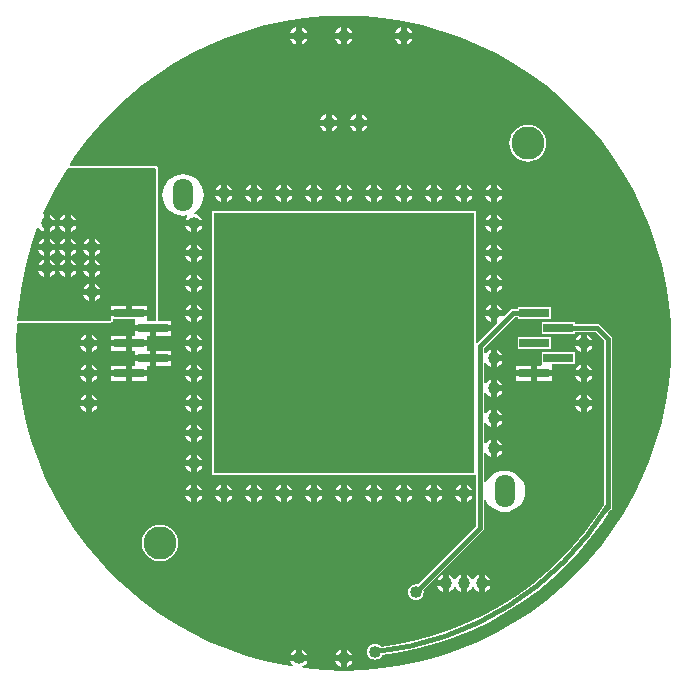
<source format=gtl>
%FSLAX24Y24*%
%MOIN*%
G70*
G01*
G75*
G04 Layer_Physical_Order=1*
G04 Layer_Color=255*
%ADD10C,0.0150*%
%ADD11R,0.1000X0.0291*%
%ADD12R,0.8661X0.8661*%
%ADD13O,0.0669X0.1102*%
%ADD14C,0.1100*%
%ADD15C,0.0400*%
G36*
X659Y10895D02*
X1316Y10835D01*
X1967Y10736D01*
X2612Y10598D01*
X3247Y10421D01*
X3871Y10206D01*
X4480Y9953D01*
X5072Y9665D01*
X5647Y9341D01*
X6200Y8983D01*
X6731Y8592D01*
X7238Y8170D01*
X7718Y7718D01*
X8170Y7238D01*
X8592Y6731D01*
X8983Y6200D01*
X9341Y5647D01*
X9665Y5072D01*
X9953Y4480D01*
X10206Y3871D01*
X10421Y3247D01*
X10598Y2612D01*
X10736Y1967D01*
X10835Y1316D01*
X10895Y659D01*
X10915Y0D01*
X10895Y-659D01*
X10835Y-1316D01*
X10736Y-1967D01*
X10598Y-2612D01*
X10421Y-3247D01*
X10206Y-3871D01*
X9953Y-4480D01*
X9665Y-5072D01*
X9341Y-5647D01*
X8983Y-6200D01*
X8592Y-6731D01*
X8170Y-7238D01*
X7718Y-7718D01*
X7238Y-8170D01*
X6731Y-8592D01*
X6200Y-8983D01*
X5647Y-9341D01*
X5072Y-9665D01*
X4480Y-9953D01*
X3871Y-10206D01*
X3247Y-10421D01*
X2612Y-10598D01*
X1967Y-10736D01*
X1316Y-10835D01*
X659Y-10895D01*
X0Y-10915D01*
X-659Y-10895D01*
X-1316Y-10835D01*
X-1374Y-10827D01*
X-1380Y-10775D01*
X-1349Y-10762D01*
X-1286Y-10714D01*
X-1238Y-10651D01*
X-1217Y-10600D01*
X-1783D01*
X-1762Y-10651D01*
X-1714Y-10714D01*
X-1697Y-10727D01*
X-1718Y-10774D01*
X-1967Y-10736D01*
X-2612Y-10598D01*
X-3247Y-10421D01*
X-3871Y-10206D01*
X-4480Y-9953D01*
X-5072Y-9665D01*
X-5647Y-9341D01*
X-6200Y-8983D01*
X-6731Y-8592D01*
X-7238Y-8170D01*
X-7718Y-7718D01*
X-8170Y-7238D01*
X-8592Y-6731D01*
X-8983Y-6200D01*
X-9341Y-5647D01*
X-9665Y-5072D01*
X-9953Y-4480D01*
X-10206Y-3871D01*
X-10421Y-3247D01*
X-10598Y-2612D01*
X-10736Y-1967D01*
X-10835Y-1316D01*
X-10895Y-659D01*
X-10915Y0D01*
X-10895Y650D01*
X-10895Y650D01*
X-10868Y676D01*
X-10863Y679D01*
X-10850Y685D01*
X-7798D01*
X-7795Y686D01*
X-7792Y685D01*
X-7744Y690D01*
X-7724Y700D01*
X-7704Y708D01*
X-7703Y711D01*
X-7700Y713D01*
X-7693Y734D01*
X-7685Y754D01*
X-7685Y794D01*
X-6954D01*
X-6950Y746D01*
X-6950Y746D01*
X-6950Y746D01*
Y600D01*
X-5750D01*
Y746D01*
X-6182D01*
X-6185Y750D01*
Y5815D01*
X-6204Y5861D01*
X-6239Y5896D01*
X-6285Y5915D01*
X-9115Y5915D01*
X-9139Y5959D01*
X-8983Y6200D01*
X-8592Y6731D01*
X-8170Y7238D01*
X-7718Y7718D01*
X-7238Y8170D01*
X-6731Y8592D01*
X-6200Y8983D01*
X-5647Y9341D01*
X-5072Y9665D01*
X-4480Y9953D01*
X-3871Y10206D01*
X-3247Y10421D01*
X-2612Y10598D01*
X-1967Y10736D01*
X-1316Y10835D01*
X-659Y10895D01*
X0Y10915D01*
X659Y10895D01*
D02*
G37*
G36*
X-6250Y5815D02*
Y750D01*
X-6501D01*
X-6550Y754D01*
X-6550Y800D01*
Y900D01*
X-7750D01*
Y800D01*
X-7750Y754D01*
X-7798Y750D01*
X-10850D01*
X-10883Y787D01*
X-10835Y1316D01*
X-10736Y1967D01*
X-10598Y2612D01*
X-10421Y3247D01*
X-10215Y3845D01*
X-10169Y3848D01*
X-10161Y3847D01*
X-10114Y3786D01*
X-10051Y3738D01*
X-10000Y3717D01*
Y4000D01*
Y4309D01*
X-10017Y4326D01*
X-9953Y4480D01*
X-9665Y5072D01*
X-9341Y5647D01*
X-9209Y5850D01*
X-6285Y5850D01*
X-6250Y5815D01*
D02*
G37*
%LPC*%
G36*
X7900Y-1100D02*
X7717D01*
X7738Y-1151D01*
X7786Y-1214D01*
X7849Y-1262D01*
X7900Y-1283D01*
Y-1100D01*
D02*
G37*
G36*
X-5100D02*
X-5283D01*
X-5262Y-1151D01*
X-5214Y-1214D01*
X-5151Y-1262D01*
X-5100Y-1283D01*
Y-1100D01*
D02*
G37*
G36*
X-4717D02*
X-4900D01*
Y-1283D01*
X-4849Y-1262D01*
X-4786Y-1214D01*
X-4738Y-1151D01*
X-4717Y-1100D01*
D02*
G37*
G36*
X5100Y-1217D02*
Y-1400D01*
X5283D01*
X5262Y-1349D01*
X5214Y-1286D01*
X5151Y-1238D01*
X5100Y-1217D01*
D02*
G37*
G36*
X5283Y-1600D02*
X5100D01*
Y-1783D01*
X5151Y-1762D01*
X5214Y-1714D01*
X5262Y-1651D01*
X5283Y-1600D01*
D02*
G37*
G36*
X-8217Y-1100D02*
X-8400D01*
Y-1283D01*
X-8349Y-1262D01*
X-8286Y-1214D01*
X-8238Y-1151D01*
X-8217Y-1100D01*
D02*
G37*
G36*
X-8600D02*
X-8783D01*
X-8762Y-1151D01*
X-8714Y-1214D01*
X-8651Y-1262D01*
X-8600Y-1283D01*
Y-1100D01*
D02*
G37*
G36*
Y-717D02*
X-8651Y-738D01*
X-8714Y-786D01*
X-8762Y-849D01*
X-8783Y-900D01*
X-8600D01*
Y-717D01*
D02*
G37*
G36*
X6950Y-1100D02*
X6450D01*
Y-1246D01*
X6950D01*
Y-1100D01*
D02*
G37*
G36*
X-7250Y-754D02*
X-7750D01*
Y-900D01*
X-7250D01*
Y-754D01*
D02*
G37*
G36*
X-8400Y-717D02*
Y-900D01*
X-8217D01*
X-8238Y-849D01*
X-8286Y-786D01*
X-8349Y-738D01*
X-8400Y-717D01*
D02*
G37*
G36*
X-7250Y-1100D02*
X-7750D01*
Y-1246D01*
X-7250D01*
Y-1100D01*
D02*
G37*
G36*
X8283D02*
X8100D01*
Y-1283D01*
X8151Y-1262D01*
X8214Y-1214D01*
X8262Y-1151D01*
X8283Y-1100D01*
D02*
G37*
G36*
X6250D02*
X5750D01*
Y-1246D01*
X6250D01*
Y-1100D01*
D02*
G37*
G36*
X-6550D02*
X-7050D01*
Y-1246D01*
X-6550D01*
Y-1100D01*
D02*
G37*
G36*
X-8217Y-2100D02*
X-8400D01*
Y-2283D01*
X-8349Y-2262D01*
X-8286Y-2214D01*
X-8238Y-2151D01*
X-8217Y-2100D01*
D02*
G37*
G36*
X-5100D02*
X-5283D01*
X-5262Y-2151D01*
X-5214Y-2214D01*
X-5151Y-2262D01*
X-5100Y-2283D01*
Y-2100D01*
D02*
G37*
G36*
X-4717D02*
X-4900D01*
Y-2283D01*
X-4849Y-2262D01*
X-4786Y-2214D01*
X-4738Y-2151D01*
X-4717Y-2100D01*
D02*
G37*
G36*
X-8600D02*
X-8783D01*
X-8762Y-2151D01*
X-8714Y-2214D01*
X-8651Y-2262D01*
X-8600Y-2283D01*
Y-2100D01*
D02*
G37*
G36*
X-4900Y-2717D02*
Y-2900D01*
X-4717D01*
X-4738Y-2849D01*
X-4786Y-2786D01*
X-4849Y-2738D01*
X-4900Y-2717D01*
D02*
G37*
G36*
X5283Y-2600D02*
X5100D01*
Y-2783D01*
X5151Y-2762D01*
X5214Y-2714D01*
X5262Y-2651D01*
X5283Y-2600D01*
D02*
G37*
G36*
X5100Y-2217D02*
Y-2400D01*
X5283D01*
X5262Y-2349D01*
X5214Y-2286D01*
X5151Y-2238D01*
X5100Y-2217D01*
D02*
G37*
G36*
X7900Y-2100D02*
X7717D01*
X7738Y-2151D01*
X7786Y-2214D01*
X7849Y-2262D01*
X7900Y-2283D01*
Y-2100D01*
D02*
G37*
G36*
X-4900Y-1717D02*
Y-1900D01*
X-4717D01*
X-4738Y-1849D01*
X-4786Y-1786D01*
X-4849Y-1738D01*
X-4900Y-1717D01*
D02*
G37*
G36*
X7900D02*
X7849Y-1738D01*
X7786Y-1786D01*
X7738Y-1849D01*
X7717Y-1900D01*
X7900D01*
Y-1717D01*
D02*
G37*
G36*
X8100D02*
Y-1900D01*
X8283D01*
X8262Y-1849D01*
X8214Y-1786D01*
X8151Y-1738D01*
X8100Y-1717D01*
D02*
G37*
G36*
X-5100D02*
X-5151Y-1738D01*
X-5214Y-1786D01*
X-5262Y-1849D01*
X-5283Y-1900D01*
X-5100D01*
Y-1717D01*
D02*
G37*
G36*
X8283Y-2100D02*
X8100D01*
Y-2283D01*
X8151Y-2262D01*
X8214Y-2214D01*
X8262Y-2151D01*
X8283Y-2100D01*
D02*
G37*
G36*
X-8600Y-1717D02*
X-8651Y-1738D01*
X-8714Y-1786D01*
X-8762Y-1849D01*
X-8783Y-1900D01*
X-8600D01*
Y-1717D01*
D02*
G37*
G36*
X-8400D02*
Y-1900D01*
X-8217D01*
X-8238Y-1849D01*
X-8286Y-1786D01*
X-8349Y-1738D01*
X-8400Y-1717D01*
D02*
G37*
G36*
X-8600Y283D02*
X-8651Y262D01*
X-8714Y214D01*
X-8762Y151D01*
X-8783Y100D01*
X-8600D01*
Y283D01*
D02*
G37*
G36*
X-8400D02*
Y100D01*
X-8217D01*
X-8238Y151D01*
X-8286Y214D01*
X-8349Y262D01*
X-8400Y283D01*
D02*
G37*
G36*
X-7250Y246D02*
X-7750D01*
Y100D01*
X-7250D01*
Y246D01*
D02*
G37*
G36*
X6910Y206D02*
X5790D01*
Y-206D01*
X6910D01*
Y206D01*
D02*
G37*
G36*
X7900Y-100D02*
X7717D01*
X7738Y-151D01*
X7786Y-214D01*
X7849Y-262D01*
X7900Y-283D01*
Y-100D01*
D02*
G37*
G36*
X8283D02*
X8100D01*
Y-283D01*
X8151Y-262D01*
X8214Y-214D01*
X8262Y-151D01*
X8283Y-100D01*
D02*
G37*
G36*
X-7250D02*
X-7750D01*
Y-246D01*
X-7250D01*
Y-100D01*
D02*
G37*
G36*
X-6450Y400D02*
X-6950D01*
Y296D01*
X-6950Y254D01*
X-6997Y246D01*
X-6997D01*
X-7050D01*
Y100D01*
X-6550D01*
Y204D01*
X-6550Y246D01*
X-6503Y254D01*
X-6450D01*
Y400D01*
D02*
G37*
G36*
X-5750D02*
X-6250D01*
Y254D01*
X-5750D01*
Y400D01*
D02*
G37*
G36*
X-5100Y900D02*
X-5283D01*
X-5262Y849D01*
X-5214Y786D01*
X-5151Y738D01*
X-5100Y717D01*
Y900D01*
D02*
G37*
G36*
X-4717D02*
X-4900D01*
Y717D01*
X-4849Y738D01*
X-4786Y786D01*
X-4738Y849D01*
X-4717Y900D01*
D02*
G37*
G36*
X8100Y283D02*
Y100D01*
X8283D01*
X8262Y151D01*
X8214Y214D01*
X8151Y262D01*
X8100Y283D01*
D02*
G37*
G36*
X-5100D02*
X-5151Y262D01*
X-5214Y214D01*
X-5262Y151D01*
X-5283Y100D01*
X-5100D01*
Y283D01*
D02*
G37*
G36*
X-4900D02*
Y100D01*
X-4717D01*
X-4738Y151D01*
X-4786Y214D01*
X-4849Y262D01*
X-4900Y283D01*
D02*
G37*
G36*
X7900D02*
X7849Y262D01*
X7786Y214D01*
X7738Y151D01*
X7717Y100D01*
X7900D01*
Y283D01*
D02*
G37*
G36*
X-4717Y-100D02*
X-4900D01*
Y-283D01*
X-4849Y-262D01*
X-4786Y-214D01*
X-4738Y-151D01*
X-4717Y-100D01*
D02*
G37*
G36*
X7710Y-294D02*
X6590D01*
Y-704D01*
X6590Y-706D01*
X6586Y-754D01*
X6450D01*
Y-900D01*
X6950D01*
Y-756D01*
X6950Y-754D01*
X6954Y-706D01*
X7710D01*
Y-294D01*
D02*
G37*
G36*
X7900Y-717D02*
X7849Y-738D01*
X7786Y-786D01*
X7738Y-849D01*
X7717Y-900D01*
X7900D01*
Y-717D01*
D02*
G37*
G36*
X8100D02*
Y-900D01*
X8283D01*
X8262Y-849D01*
X8214Y-786D01*
X8151Y-738D01*
X8100Y-717D01*
D02*
G37*
G36*
X6250Y-754D02*
X5750D01*
Y-900D01*
X6250D01*
Y-754D01*
D02*
G37*
G36*
X-6450Y-600D02*
X-6950D01*
Y-704D01*
X-6950Y-746D01*
X-6997Y-754D01*
X-6997D01*
X-7050D01*
Y-900D01*
X-6550D01*
Y-796D01*
X-6550Y-754D01*
X-6503Y-746D01*
X-6450D01*
Y-600D01*
D02*
G37*
G36*
X-5100Y-717D02*
X-5151Y-738D01*
X-5214Y-786D01*
X-5262Y-849D01*
X-5283Y-900D01*
X-5100D01*
Y-717D01*
D02*
G37*
G36*
X-4900D02*
Y-900D01*
X-4717D01*
X-4738Y-849D01*
X-4786Y-786D01*
X-4849Y-738D01*
X-4900Y-717D01*
D02*
G37*
G36*
X5283Y-600D02*
X5100D01*
Y-783D01*
X5151Y-762D01*
X5214Y-714D01*
X5262Y-651D01*
X5283Y-600D01*
D02*
G37*
G36*
X-8600Y-100D02*
X-8783D01*
X-8762Y-151D01*
X-8714Y-214D01*
X-8651Y-262D01*
X-8600Y-283D01*
Y-100D01*
D02*
G37*
G36*
X-8217D02*
X-8400D01*
Y-283D01*
X-8349Y-262D01*
X-8286Y-214D01*
X-8238Y-151D01*
X-8217Y-100D01*
D02*
G37*
G36*
X-5100D02*
X-5283D01*
X-5262Y-151D01*
X-5214Y-214D01*
X-5151Y-262D01*
X-5100Y-283D01*
Y-100D01*
D02*
G37*
G36*
X5100Y-217D02*
Y-400D01*
X5283D01*
X5262Y-349D01*
X5214Y-286D01*
X5151Y-238D01*
X5100Y-217D01*
D02*
G37*
G36*
X-5750Y-600D02*
X-6250D01*
Y-746D01*
X-5750D01*
Y-600D01*
D02*
G37*
G36*
X-6550Y-100D02*
X-7050D01*
Y-246D01*
X-6997D01*
X-6950Y-254D01*
X-6950Y-296D01*
Y-400D01*
X-6450D01*
Y-254D01*
X-6503D01*
X-6550Y-246D01*
X-6550Y-204D01*
Y-100D01*
D02*
G37*
G36*
X-5750Y-254D02*
X-6250D01*
Y-400D01*
X-5750D01*
Y-254D01*
D02*
G37*
G36*
X-2100Y-5100D02*
X-2283D01*
X-2262Y-5151D01*
X-2214Y-5214D01*
X-2151Y-5262D01*
X-2100Y-5283D01*
Y-5100D01*
D02*
G37*
G36*
X-1717D02*
X-1900D01*
Y-5283D01*
X-1849Y-5262D01*
X-1786Y-5214D01*
X-1738Y-5151D01*
X-1717Y-5100D01*
D02*
G37*
G36*
X-1100D02*
X-1283D01*
X-1262Y-5151D01*
X-1214Y-5214D01*
X-1151Y-5262D01*
X-1100Y-5283D01*
Y-5100D01*
D02*
G37*
G36*
X-2717D02*
X-2900D01*
Y-5283D01*
X-2849Y-5262D01*
X-2786Y-5214D01*
X-2738Y-5151D01*
X-2717Y-5100D01*
D02*
G37*
G36*
X-4100D02*
X-4283D01*
X-4262Y-5151D01*
X-4214Y-5214D01*
X-4151Y-5262D01*
X-4100Y-5283D01*
Y-5100D01*
D02*
G37*
G36*
X-3717D02*
X-3900D01*
Y-5283D01*
X-3849Y-5262D01*
X-3786Y-5214D01*
X-3738Y-5151D01*
X-3717Y-5100D01*
D02*
G37*
G36*
X-3100D02*
X-3283D01*
X-3262Y-5151D01*
X-3214Y-5214D01*
X-3151Y-5262D01*
X-3100Y-5283D01*
Y-5100D01*
D02*
G37*
G36*
X-717D02*
X-900D01*
Y-5283D01*
X-849Y-5262D01*
X-786Y-5214D01*
X-738Y-5151D01*
X-717Y-5100D01*
D02*
G37*
G36*
X1900D02*
X1717D01*
X1738Y-5151D01*
X1786Y-5214D01*
X1849Y-5262D01*
X1900Y-5283D01*
Y-5100D01*
D02*
G37*
G36*
X2283D02*
X2100D01*
Y-5283D01*
X2151Y-5262D01*
X2214Y-5214D01*
X2262Y-5151D01*
X2283Y-5100D01*
D02*
G37*
G36*
X2900D02*
X2717D01*
X2738Y-5151D01*
X2786Y-5214D01*
X2849Y-5262D01*
X2900Y-5283D01*
Y-5100D01*
D02*
G37*
G36*
X1283D02*
X1100D01*
Y-5283D01*
X1151Y-5262D01*
X1214Y-5214D01*
X1262Y-5151D01*
X1283Y-5100D01*
D02*
G37*
G36*
X-100D02*
X-283D01*
X-262Y-5151D01*
X-214Y-5214D01*
X-151Y-5262D01*
X-100Y-5283D01*
Y-5100D01*
D02*
G37*
G36*
X283D02*
X100D01*
Y-5283D01*
X151Y-5262D01*
X214Y-5214D01*
X262Y-5151D01*
X283Y-5100D01*
D02*
G37*
G36*
X900D02*
X717D01*
X738Y-5151D01*
X786Y-5214D01*
X849Y-5262D01*
X900Y-5283D01*
Y-5100D01*
D02*
G37*
G36*
X-4717D02*
X-4900D01*
Y-5283D01*
X-4849Y-5262D01*
X-4786Y-5214D01*
X-4738Y-5151D01*
X-4717Y-5100D01*
D02*
G37*
G36*
X-100Y-10217D02*
X-151Y-10238D01*
X-214Y-10286D01*
X-262Y-10349D01*
X-283Y-10400D01*
X-100D01*
Y-10217D01*
D02*
G37*
G36*
X100D02*
Y-10400D01*
X283D01*
X262Y-10349D01*
X214Y-10286D01*
X151Y-10238D01*
X100Y-10217D01*
D02*
G37*
G36*
X7710Y706D02*
X6590D01*
Y294D01*
X7710D01*
Y362D01*
X8393D01*
X8662Y93D01*
Y-5390D01*
X8399Y-5797D01*
X8033Y-6294D01*
X7639Y-6767D01*
X7216Y-7216D01*
X6767Y-7639D01*
X6294Y-8033D01*
X5797Y-8399D01*
X5280Y-8734D01*
X4743Y-9036D01*
X4188Y-9306D01*
X3619Y-9542D01*
X3036Y-9743D01*
X2442Y-9909D01*
X1840Y-10038D01*
X1244Y-10129D01*
X1225Y-10103D01*
X1170Y-10061D01*
X1107Y-10035D01*
X1039Y-10026D01*
X971Y-10035D01*
X908Y-10061D01*
X854Y-10103D01*
X812Y-10157D01*
X786Y-10220D01*
X777Y-10288D01*
X786Y-10356D01*
X812Y-10419D01*
X854Y-10474D01*
X908Y-10515D01*
X971Y-10542D01*
X1039Y-10551D01*
X1107Y-10542D01*
X1170Y-10515D01*
X1225Y-10474D01*
X1266Y-10419D01*
X1273Y-10403D01*
X1889Y-10309D01*
X2508Y-10176D01*
X3118Y-10006D01*
X3716Y-9799D01*
X4301Y-9557D01*
X4871Y-9280D01*
X5422Y-8969D01*
X5954Y-8625D01*
X6464Y-8250D01*
X6950Y-7845D01*
X7411Y-7411D01*
X7845Y-6950D01*
X8250Y-6464D01*
X8625Y-5954D01*
X8736Y-5783D01*
X8763Y-5741D01*
X8763Y-5741D01*
X8790Y-5699D01*
X8848Y-5609D01*
X8897Y-5560D01*
X8897Y-5560D01*
X8927Y-5515D01*
X8937Y-5467D01*
X8941Y-5461D01*
X8951Y-5408D01*
X8941Y-5356D01*
X8938Y-5351D01*
Y150D01*
X8938Y150D01*
X8927Y203D01*
X8897Y247D01*
X8547Y597D01*
X8503Y627D01*
X8450Y638D01*
X7710D01*
Y706D01*
D02*
G37*
G36*
X-1400Y-10217D02*
Y-10400D01*
X-1217D01*
X-1238Y-10349D01*
X-1286Y-10286D01*
X-1349Y-10238D01*
X-1400Y-10217D01*
D02*
G37*
G36*
X-100Y-10600D02*
X-283D01*
X-262Y-10651D01*
X-214Y-10714D01*
X-151Y-10762D01*
X-100Y-10783D01*
Y-10600D01*
D02*
G37*
G36*
X283D02*
X100D01*
Y-10783D01*
X151Y-10762D01*
X214Y-10714D01*
X262Y-10651D01*
X283Y-10600D01*
D02*
G37*
G36*
X-1600Y-10217D02*
X-1651Y-10238D01*
X-1714Y-10286D01*
X-1762Y-10349D01*
X-1783Y-10400D01*
X-1600D01*
Y-10217D01*
D02*
G37*
G36*
X3300Y-8100D02*
X3117D01*
X3138Y-8151D01*
X3186Y-8214D01*
X3249Y-8262D01*
X3300Y-8283D01*
Y-8100D01*
D02*
G37*
G36*
X4500Y-7717D02*
X4449Y-7738D01*
X4386Y-7786D01*
X4338Y-7849D01*
X4327Y-7875D01*
X4273D01*
X4262Y-7849D01*
X4214Y-7786D01*
X4151Y-7738D01*
X4100Y-7717D01*
Y-8000D01*
Y-8283D01*
X4151Y-8262D01*
X4214Y-8214D01*
X4262Y-8151D01*
X4273Y-8125D01*
X4327D01*
X4338Y-8151D01*
X4386Y-8214D01*
X4449Y-8262D01*
X4500Y-8283D01*
Y-8000D01*
Y-7717D01*
D02*
G37*
G36*
X-6130Y-6047D02*
X-6250Y-6059D01*
X-6365Y-6094D01*
X-6471Y-6150D01*
X-6563Y-6227D01*
X-6640Y-6319D01*
X-6696Y-6425D01*
X-6731Y-6540D01*
X-6743Y-6660D01*
X-6731Y-6780D01*
X-6696Y-6895D01*
X-6640Y-7001D01*
X-6563Y-7093D01*
X-6471Y-7170D01*
X-6365Y-7226D01*
X-6250Y-7261D01*
X-6130Y-7273D01*
X-6010Y-7261D01*
X-5895Y-7226D01*
X-5789Y-7170D01*
X-5697Y-7093D01*
X-5620Y-7001D01*
X-5564Y-6895D01*
X-5529Y-6780D01*
X-5517Y-6660D01*
X-5529Y-6540D01*
X-5564Y-6425D01*
X-5620Y-6319D01*
X-5697Y-6227D01*
X-5789Y-6150D01*
X-5895Y-6094D01*
X-6010Y-6059D01*
X-6130Y-6047D01*
D02*
G37*
G36*
X-5100Y-5100D02*
X-5283D01*
X-5262Y-5151D01*
X-5214Y-5214D01*
X-5151Y-5262D01*
X-5100Y-5283D01*
Y-5100D01*
D02*
G37*
G36*
X3900Y-7717D02*
X3849Y-7738D01*
X3786Y-7786D01*
X3738Y-7849D01*
X3727Y-7875D01*
X3673D01*
X3662Y-7849D01*
X3614Y-7786D01*
X3551Y-7738D01*
X3500Y-7717D01*
Y-8000D01*
Y-8283D01*
X3551Y-8262D01*
X3614Y-8214D01*
X3662Y-8151D01*
X3673Y-8125D01*
X3727D01*
X3738Y-8151D01*
X3786Y-8214D01*
X3849Y-8262D01*
X3900Y-8283D01*
Y-8000D01*
Y-7717D01*
D02*
G37*
G36*
X4883Y-8100D02*
X4700D01*
Y-8283D01*
X4751Y-8262D01*
X4814Y-8214D01*
X4862Y-8151D01*
X4883Y-8100D01*
D02*
G37*
G36*
X3300Y-7717D02*
X3249Y-7738D01*
X3186Y-7786D01*
X3138Y-7849D01*
X3117Y-7900D01*
X3300D01*
Y-7717D01*
D02*
G37*
G36*
X4700D02*
Y-7900D01*
X4883D01*
X4862Y-7849D01*
X4814Y-7786D01*
X4751Y-7738D01*
X4700Y-7717D01*
D02*
G37*
G36*
X3283Y-5100D02*
X3100D01*
Y-5283D01*
X3151Y-5262D01*
X3214Y-5214D01*
X3262Y-5151D01*
X3283Y-5100D01*
D02*
G37*
G36*
X3900Y-4717D02*
X3849Y-4738D01*
X3786Y-4786D01*
X3738Y-4849D01*
X3717Y-4900D01*
X3900D01*
Y-4717D01*
D02*
G37*
G36*
X4100D02*
Y-4900D01*
X4283D01*
X4262Y-4849D01*
X4214Y-4786D01*
X4151Y-4738D01*
X4100Y-4717D01*
D02*
G37*
G36*
X-5100Y-4100D02*
X-5283D01*
X-5262Y-4151D01*
X-5214Y-4214D01*
X-5151Y-4262D01*
X-5100Y-4283D01*
Y-4100D01*
D02*
G37*
G36*
X3100Y-4717D02*
Y-4900D01*
X3283D01*
X3262Y-4849D01*
X3214Y-4786D01*
X3151Y-4738D01*
X3100Y-4717D01*
D02*
G37*
G36*
X1900D02*
X1849Y-4738D01*
X1786Y-4786D01*
X1738Y-4849D01*
X1717Y-4900D01*
X1900D01*
Y-4717D01*
D02*
G37*
G36*
X2100D02*
Y-4900D01*
X2283D01*
X2262Y-4849D01*
X2214Y-4786D01*
X2151Y-4738D01*
X2100Y-4717D01*
D02*
G37*
G36*
X2900D02*
X2849Y-4738D01*
X2786Y-4786D01*
X2738Y-4849D01*
X2717Y-4900D01*
X2900D01*
Y-4717D01*
D02*
G37*
G36*
X-4717Y-4100D02*
X-4900D01*
Y-4283D01*
X-4849Y-4262D01*
X-4786Y-4214D01*
X-4738Y-4151D01*
X-4717Y-4100D01*
D02*
G37*
G36*
X-5100Y-3100D02*
X-5283D01*
X-5262Y-3151D01*
X-5214Y-3214D01*
X-5151Y-3262D01*
X-5100Y-3283D01*
Y-3100D01*
D02*
G37*
G36*
X-4717D02*
X-4900D01*
Y-3283D01*
X-4849Y-3262D01*
X-4786Y-3214D01*
X-4738Y-3151D01*
X-4717Y-3100D01*
D02*
G37*
G36*
X-5100Y-2717D02*
X-5151Y-2738D01*
X-5214Y-2786D01*
X-5262Y-2849D01*
X-5283Y-2900D01*
X-5100D01*
Y-2717D01*
D02*
G37*
G36*
X5100Y-3217D02*
Y-3400D01*
X5283D01*
X5262Y-3349D01*
X5214Y-3286D01*
X5151Y-3238D01*
X5100Y-3217D01*
D02*
G37*
G36*
X-5100Y-3717D02*
X-5151Y-3738D01*
X-5214Y-3786D01*
X-5262Y-3849D01*
X-5283Y-3900D01*
X-5100D01*
Y-3717D01*
D02*
G37*
G36*
X-4900D02*
Y-3900D01*
X-4717D01*
X-4738Y-3849D01*
X-4786Y-3786D01*
X-4849Y-3738D01*
X-4900Y-3717D01*
D02*
G37*
G36*
X5283Y-3600D02*
X5100D01*
Y-3783D01*
X5151Y-3762D01*
X5214Y-3714D01*
X5262Y-3651D01*
X5283Y-3600D01*
D02*
G37*
G36*
X1100Y-4717D02*
Y-4900D01*
X1283D01*
X1262Y-4849D01*
X1214Y-4786D01*
X1151Y-4738D01*
X1100Y-4717D01*
D02*
G37*
G36*
X-4100D02*
X-4151Y-4738D01*
X-4214Y-4786D01*
X-4262Y-4849D01*
X-4283Y-4900D01*
X-4100D01*
Y-4717D01*
D02*
G37*
G36*
X-3900D02*
Y-4900D01*
X-3717D01*
X-3738Y-4849D01*
X-3786Y-4786D01*
X-3849Y-4738D01*
X-3900Y-4717D01*
D02*
G37*
G36*
X-3100D02*
X-3151Y-4738D01*
X-3214Y-4786D01*
X-3262Y-4849D01*
X-3283Y-4900D01*
X-3100D01*
Y-4717D01*
D02*
G37*
G36*
X-4900D02*
Y-4900D01*
X-4717D01*
X-4738Y-4849D01*
X-4786Y-4786D01*
X-4849Y-4738D01*
X-4900Y-4717D01*
D02*
G37*
G36*
X3900Y-5100D02*
X3717D01*
X3738Y-5151D01*
X3786Y-5214D01*
X3849Y-5262D01*
X3900Y-5283D01*
Y-5100D01*
D02*
G37*
G36*
X4283D02*
X4100D01*
Y-5283D01*
X4151Y-5262D01*
X4214Y-5214D01*
X4262Y-5151D01*
X4283Y-5100D01*
D02*
G37*
G36*
X-5100Y-4717D02*
X-5151Y-4738D01*
X-5214Y-4786D01*
X-5262Y-4849D01*
X-5283Y-4900D01*
X-5100D01*
Y-4717D01*
D02*
G37*
G36*
X-2900D02*
Y-4900D01*
X-2717D01*
X-2738Y-4849D01*
X-2786Y-4786D01*
X-2849Y-4738D01*
X-2900Y-4717D01*
D02*
G37*
G36*
X-100D02*
X-151Y-4738D01*
X-214Y-4786D01*
X-262Y-4849D01*
X-283Y-4900D01*
X-100D01*
Y-4717D01*
D02*
G37*
G36*
X100D02*
Y-4900D01*
X283D01*
X262Y-4849D01*
X214Y-4786D01*
X151Y-4738D01*
X100Y-4717D01*
D02*
G37*
G36*
X900D02*
X849Y-4738D01*
X786Y-4786D01*
X738Y-4849D01*
X717Y-4900D01*
X900D01*
Y-4717D01*
D02*
G37*
G36*
X-900D02*
Y-4900D01*
X-717D01*
X-738Y-4849D01*
X-786Y-4786D01*
X-849Y-4738D01*
X-900Y-4717D01*
D02*
G37*
G36*
X-2100D02*
X-2151Y-4738D01*
X-2214Y-4786D01*
X-2262Y-4849D01*
X-2283Y-4900D01*
X-2100D01*
Y-4717D01*
D02*
G37*
G36*
X-1900D02*
Y-4900D01*
X-1717D01*
X-1738Y-4849D01*
X-1786Y-4786D01*
X-1849Y-4738D01*
X-1900Y-4717D01*
D02*
G37*
G36*
X-1100D02*
X-1151Y-4738D01*
X-1214Y-4786D01*
X-1262Y-4849D01*
X-1283Y-4900D01*
X-1100D01*
Y-4717D01*
D02*
G37*
G36*
X4900Y900D02*
X4717D01*
X4738Y849D01*
X4786Y786D01*
X4849Y738D01*
X4900Y717D01*
Y900D01*
D02*
G37*
G36*
X5283Y4900D02*
X5100D01*
Y4717D01*
X5151Y4738D01*
X5214Y4786D01*
X5262Y4849D01*
X5283Y4900D01*
D02*
G37*
G36*
X-4100Y5283D02*
X-4151Y5262D01*
X-4214Y5214D01*
X-4262Y5151D01*
X-4283Y5100D01*
X-4100D01*
Y5283D01*
D02*
G37*
G36*
X-3900D02*
Y5100D01*
X-3717D01*
X-3738Y5151D01*
X-3786Y5214D01*
X-3849Y5262D01*
X-3900Y5283D01*
D02*
G37*
G36*
X4900Y4900D02*
X4717D01*
X4738Y4849D01*
X4786Y4786D01*
X4849Y4738D01*
X4900Y4717D01*
Y4900D01*
D02*
G37*
G36*
X3283D02*
X3100D01*
Y4717D01*
X3151Y4738D01*
X3214Y4786D01*
X3262Y4849D01*
X3283Y4900D01*
D02*
G37*
G36*
X3900D02*
X3717D01*
X3738Y4849D01*
X3786Y4786D01*
X3849Y4738D01*
X3900Y4717D01*
Y4900D01*
D02*
G37*
G36*
X4283D02*
X4100D01*
Y4717D01*
X4151Y4738D01*
X4214Y4786D01*
X4262Y4849D01*
X4283Y4900D01*
D02*
G37*
G36*
X-3100Y5283D02*
X-3151Y5262D01*
X-3214Y5214D01*
X-3262Y5151D01*
X-3283Y5100D01*
X-3100D01*
Y5283D01*
D02*
G37*
G36*
X-900D02*
Y5100D01*
X-717D01*
X-738Y5151D01*
X-786Y5214D01*
X-849Y5262D01*
X-900Y5283D01*
D02*
G37*
G36*
X-100D02*
X-151Y5262D01*
X-214Y5214D01*
X-262Y5151D01*
X-283Y5100D01*
X-100D01*
Y5283D01*
D02*
G37*
G36*
X100D02*
Y5100D01*
X283D01*
X262Y5151D01*
X214Y5214D01*
X151Y5262D01*
X100Y5283D01*
D02*
G37*
G36*
X-1100D02*
X-1151Y5262D01*
X-1214Y5214D01*
X-1262Y5151D01*
X-1283Y5100D01*
X-1100D01*
Y5283D01*
D02*
G37*
G36*
X-2900D02*
Y5100D01*
X-2717D01*
X-2738Y5151D01*
X-2786Y5214D01*
X-2849Y5262D01*
X-2900Y5283D01*
D02*
G37*
G36*
X-2100D02*
X-2151Y5262D01*
X-2214Y5214D01*
X-2262Y5151D01*
X-2283Y5100D01*
X-2100D01*
Y5283D01*
D02*
G37*
G36*
X-1900D02*
Y5100D01*
X-1717D01*
X-1738Y5151D01*
X-1786Y5214D01*
X-1849Y5262D01*
X-1900Y5283D01*
D02*
G37*
G36*
X2900Y4900D02*
X2717D01*
X2738Y4849D01*
X2786Y4786D01*
X2849Y4738D01*
X2900Y4717D01*
Y4900D01*
D02*
G37*
G36*
X-2717D02*
X-2900D01*
Y4717D01*
X-2849Y4738D01*
X-2786Y4786D01*
X-2738Y4849D01*
X-2717Y4900D01*
D02*
G37*
G36*
X-2100D02*
X-2283D01*
X-2262Y4849D01*
X-2214Y4786D01*
X-2151Y4738D01*
X-2100Y4717D01*
Y4900D01*
D02*
G37*
G36*
X-1717D02*
X-1900D01*
Y4717D01*
X-1849Y4738D01*
X-1786Y4786D01*
X-1738Y4849D01*
X-1717Y4900D01*
D02*
G37*
G36*
X-3100D02*
X-3283D01*
X-3262Y4849D01*
X-3214Y4786D01*
X-3151Y4738D01*
X-3100Y4717D01*
Y4900D01*
D02*
G37*
G36*
X5100Y4283D02*
Y4100D01*
X5283D01*
X5262Y4151D01*
X5214Y4214D01*
X5151Y4262D01*
X5100Y4283D01*
D02*
G37*
G36*
X-4100Y4900D02*
X-4283D01*
X-4262Y4849D01*
X-4214Y4786D01*
X-4151Y4738D01*
X-4100Y4717D01*
Y4900D01*
D02*
G37*
G36*
X-3717D02*
X-3900D01*
Y4717D01*
X-3849Y4738D01*
X-3786Y4786D01*
X-3738Y4849D01*
X-3717Y4900D01*
D02*
G37*
G36*
X-1100D02*
X-1283D01*
X-1262Y4849D01*
X-1214Y4786D01*
X-1151Y4738D01*
X-1100Y4717D01*
Y4900D01*
D02*
G37*
G36*
X1283D02*
X1100D01*
Y4717D01*
X1151Y4738D01*
X1214Y4786D01*
X1262Y4849D01*
X1283Y4900D01*
D02*
G37*
G36*
X1900D02*
X1717D01*
X1738Y4849D01*
X1786Y4786D01*
X1849Y4738D01*
X1900Y4717D01*
Y4900D01*
D02*
G37*
G36*
X2283D02*
X2100D01*
Y4717D01*
X2151Y4738D01*
X2214Y4786D01*
X2262Y4849D01*
X2283Y4900D01*
D02*
G37*
G36*
X900D02*
X717D01*
X738Y4849D01*
X786Y4786D01*
X849Y4738D01*
X900Y4717D01*
Y4900D01*
D02*
G37*
G36*
X-717D02*
X-900D01*
Y4717D01*
X-849Y4738D01*
X-786Y4786D01*
X-738Y4849D01*
X-717Y4900D01*
D02*
G37*
G36*
X-100D02*
X-283D01*
X-262Y4849D01*
X-214Y4786D01*
X-151Y4738D01*
X-100Y4717D01*
Y4900D01*
D02*
G37*
G36*
X283D02*
X100D01*
Y4717D01*
X151Y4738D01*
X214Y4786D01*
X262Y4849D01*
X283Y4900D01*
D02*
G37*
G36*
X-1217Y10150D02*
X-1400D01*
Y9967D01*
X-1349Y9988D01*
X-1286Y10036D01*
X-1238Y10099D01*
X-1217Y10150D01*
D02*
G37*
G36*
X-100D02*
X-283D01*
X-262Y10099D01*
X-214Y10036D01*
X-151Y9988D01*
X-100Y9967D01*
Y10150D01*
D02*
G37*
G36*
X283D02*
X100D01*
Y9967D01*
X151Y9988D01*
X214Y10036D01*
X262Y10099D01*
X283Y10150D01*
D02*
G37*
G36*
X-1600D02*
X-1783D01*
X-1762Y10099D01*
X-1714Y10036D01*
X-1651Y9988D01*
X-1600Y9967D01*
Y10150D01*
D02*
G37*
G36*
X-400Y7633D02*
Y7450D01*
X-217D01*
X-238Y7501D01*
X-286Y7564D01*
X-349Y7612D01*
X-400Y7633D01*
D02*
G37*
G36*
X400D02*
X349Y7612D01*
X286Y7564D01*
X238Y7501D01*
X217Y7450D01*
X400D01*
Y7633D01*
D02*
G37*
G36*
X600D02*
Y7450D01*
X783D01*
X762Y7501D01*
X714Y7564D01*
X651Y7612D01*
X600Y7633D01*
D02*
G37*
G36*
X1900Y10150D02*
X1717D01*
X1738Y10099D01*
X1786Y10036D01*
X1849Y9988D01*
X1900Y9967D01*
Y10150D01*
D02*
G37*
G36*
X100Y10533D02*
Y10350D01*
X283D01*
X262Y10401D01*
X214Y10464D01*
X151Y10512D01*
X100Y10533D01*
D02*
G37*
G36*
X1900D02*
X1849Y10512D01*
X1786Y10464D01*
X1738Y10401D01*
X1717Y10350D01*
X1900D01*
Y10533D01*
D02*
G37*
G36*
X2100D02*
Y10350D01*
X2283D01*
X2262Y10401D01*
X2214Y10464D01*
X2151Y10512D01*
X2100Y10533D01*
D02*
G37*
G36*
X-100D02*
X-151Y10512D01*
X-214Y10464D01*
X-262Y10401D01*
X-283Y10350D01*
X-100D01*
Y10533D01*
D02*
G37*
G36*
X2283Y10150D02*
X2100D01*
Y9967D01*
X2151Y9988D01*
X2214Y10036D01*
X2262Y10099D01*
X2283Y10150D01*
D02*
G37*
G36*
X-1600Y10533D02*
X-1651Y10512D01*
X-1714Y10464D01*
X-1762Y10401D01*
X-1783Y10350D01*
X-1600D01*
Y10533D01*
D02*
G37*
G36*
X-1400D02*
Y10350D01*
X-1217D01*
X-1238Y10401D01*
X-1286Y10464D01*
X-1349Y10512D01*
X-1400Y10533D01*
D02*
G37*
G36*
X-600Y7633D02*
X-651Y7612D01*
X-714Y7564D01*
X-762Y7501D01*
X-783Y7450D01*
X-600D01*
Y7633D01*
D02*
G37*
G36*
X2900Y5283D02*
X2849Y5262D01*
X2786Y5214D01*
X2738Y5151D01*
X2717Y5100D01*
X2900D01*
Y5283D01*
D02*
G37*
G36*
X3100D02*
Y5100D01*
X3283D01*
X3262Y5151D01*
X3214Y5214D01*
X3151Y5262D01*
X3100Y5283D01*
D02*
G37*
G36*
X3900D02*
X3849Y5262D01*
X3786Y5214D01*
X3738Y5151D01*
X3717Y5100D01*
X3900D01*
Y5283D01*
D02*
G37*
G36*
X2100D02*
Y5100D01*
X2283D01*
X2262Y5151D01*
X2214Y5214D01*
X2151Y5262D01*
X2100Y5283D01*
D02*
G37*
G36*
X900D02*
X849Y5262D01*
X786Y5214D01*
X738Y5151D01*
X717Y5100D01*
X900D01*
Y5283D01*
D02*
G37*
G36*
X1100D02*
Y5100D01*
X1283D01*
X1262Y5151D01*
X1214Y5214D01*
X1151Y5262D01*
X1100Y5283D01*
D02*
G37*
G36*
X1900D02*
X1849Y5262D01*
X1786Y5214D01*
X1738Y5151D01*
X1717Y5100D01*
X1900D01*
Y5283D01*
D02*
G37*
G36*
X4100D02*
Y5100D01*
X4283D01*
X4262Y5151D01*
X4214Y5214D01*
X4151Y5262D01*
X4100Y5283D01*
D02*
G37*
G36*
X-217Y7250D02*
X-400D01*
Y7067D01*
X-349Y7088D01*
X-286Y7136D01*
X-238Y7199D01*
X-217Y7250D01*
D02*
G37*
G36*
X400D02*
X217D01*
X238Y7199D01*
X286Y7136D01*
X349Y7088D01*
X400Y7067D01*
Y7250D01*
D02*
G37*
G36*
X783D02*
X600D01*
Y7067D01*
X651Y7088D01*
X714Y7136D01*
X762Y7199D01*
X783Y7250D01*
D02*
G37*
G36*
X-600D02*
X-783D01*
X-762Y7199D01*
X-714Y7136D01*
X-651Y7088D01*
X-600Y7067D01*
Y7250D01*
D02*
G37*
G36*
X4900Y5283D02*
X4849Y5262D01*
X4786Y5214D01*
X4738Y5151D01*
X4717Y5100D01*
X4900D01*
Y5283D01*
D02*
G37*
G36*
X5100D02*
Y5100D01*
X5283D01*
X5262Y5151D01*
X5214Y5214D01*
X5151Y5262D01*
X5100Y5283D01*
D02*
G37*
G36*
X6130Y7273D02*
X6010Y7261D01*
X5895Y7226D01*
X5789Y7170D01*
X5697Y7093D01*
X5620Y7001D01*
X5564Y6895D01*
X5529Y6780D01*
X5517Y6660D01*
X5529Y6540D01*
X5564Y6425D01*
X5620Y6319D01*
X5697Y6227D01*
X5789Y6150D01*
X5895Y6094D01*
X6010Y6059D01*
X6130Y6047D01*
X6250Y6059D01*
X6365Y6094D01*
X6471Y6150D01*
X6563Y6227D01*
X6640Y6319D01*
X6696Y6425D01*
X6731Y6540D01*
X6743Y6660D01*
X6731Y6780D01*
X6696Y6895D01*
X6640Y7001D01*
X6563Y7093D01*
X6471Y7170D01*
X6365Y7226D01*
X6250Y7261D01*
X6130Y7273D01*
D02*
G37*
G36*
X4900Y4283D02*
X4849Y4262D01*
X4786Y4214D01*
X4738Y4151D01*
X4717Y4100D01*
X4900D01*
Y4283D01*
D02*
G37*
G36*
X-9617Y2400D02*
X-9800D01*
Y2217D01*
X-9749Y2238D01*
X-9686Y2286D01*
X-9638Y2349D01*
X-9617Y2400D01*
D02*
G37*
G36*
X-9300D02*
X-9483D01*
X-9462Y2349D01*
X-9414Y2286D01*
X-9351Y2238D01*
X-9300Y2217D01*
Y2400D01*
D02*
G37*
G36*
X-8917D02*
X-9100D01*
Y2217D01*
X-9049Y2238D01*
X-8986Y2286D01*
X-8938Y2349D01*
X-8917Y2400D01*
D02*
G37*
G36*
X-10000D02*
X-10183D01*
X-10162Y2349D01*
X-10114Y2286D01*
X-10051Y2238D01*
X-10000Y2217D01*
Y2400D01*
D02*
G37*
G36*
X-4900Y2283D02*
Y2100D01*
X-4717D01*
X-4738Y2151D01*
X-4786Y2214D01*
X-4849Y2262D01*
X-4900Y2283D01*
D02*
G37*
G36*
X4900D02*
X4849Y2262D01*
X4786Y2214D01*
X4738Y2151D01*
X4717Y2100D01*
X4900D01*
Y2283D01*
D02*
G37*
G36*
X5100D02*
Y2100D01*
X5283D01*
X5262Y2151D01*
X5214Y2214D01*
X5151Y2262D01*
X5100Y2283D01*
D02*
G37*
G36*
X-8500Y2400D02*
X-8683D01*
X-8662Y2349D01*
X-8614Y2286D01*
X-8551Y2238D01*
X-8500Y2217D01*
Y2400D01*
D02*
G37*
G36*
X-9100Y2783D02*
Y2600D01*
X-8917D01*
X-8938Y2651D01*
X-8986Y2714D01*
X-9049Y2762D01*
X-9100Y2783D01*
D02*
G37*
G36*
X-8500D02*
X-8551Y2762D01*
X-8614Y2714D01*
X-8662Y2651D01*
X-8683Y2600D01*
X-8500D01*
Y2783D01*
D02*
G37*
G36*
X-8300D02*
Y2600D01*
X-8117D01*
X-8138Y2651D01*
X-8186Y2714D01*
X-8249Y2762D01*
X-8300Y2783D01*
D02*
G37*
G36*
X-9300D02*
X-9351Y2762D01*
X-9414Y2714D01*
X-9462Y2651D01*
X-9483Y2600D01*
X-9300D01*
Y2783D01*
D02*
G37*
G36*
X-8117Y2400D02*
X-8300D01*
Y2217D01*
X-8249Y2238D01*
X-8186Y2286D01*
X-8138Y2349D01*
X-8117Y2400D01*
D02*
G37*
G36*
X-10000Y2783D02*
X-10051Y2762D01*
X-10114Y2714D01*
X-10162Y2651D01*
X-10183Y2600D01*
X-10000D01*
Y2783D01*
D02*
G37*
G36*
X-9800D02*
Y2600D01*
X-9617D01*
X-9638Y2651D01*
X-9686Y2714D01*
X-9749Y2762D01*
X-9800Y2783D01*
D02*
G37*
G36*
X-5100Y2283D02*
X-5151Y2262D01*
X-5214Y2214D01*
X-5262Y2151D01*
X-5283Y2100D01*
X-5100D01*
Y2283D01*
D02*
G37*
G36*
X-4900Y1283D02*
Y1100D01*
X-4717D01*
X-4738Y1151D01*
X-4786Y1214D01*
X-4849Y1262D01*
X-4900Y1283D01*
D02*
G37*
G36*
X4900D02*
X4849Y1262D01*
X4786Y1214D01*
X4738Y1151D01*
X4717Y1100D01*
X4900D01*
Y1283D01*
D02*
G37*
G36*
X5100D02*
Y1100D01*
X5283D01*
X5262Y1151D01*
X5214Y1214D01*
X5151Y1262D01*
X5100Y1283D01*
D02*
G37*
G36*
X-5100D02*
X-5151Y1262D01*
X-5214Y1214D01*
X-5262Y1151D01*
X-5283Y1100D01*
X-5100D01*
Y1283D01*
D02*
G37*
G36*
X4391Y4391D02*
X-4391D01*
Y-4391D01*
X4362D01*
X4391Y-4391D01*
X4412Y-4432D01*
Y-4432D01*
Y-6093D01*
X2460Y-8046D01*
X2400Y-8038D01*
X2332Y-8047D01*
X2269Y-8073D01*
X2215Y-8115D01*
X2173Y-8169D01*
X2147Y-8232D01*
X2138Y-8300D01*
X2147Y-8368D01*
X2173Y-8431D01*
X2215Y-8485D01*
X2269Y-8527D01*
X2332Y-8553D01*
X2400Y-8562D01*
X2468Y-8553D01*
X2531Y-8527D01*
X2585Y-8485D01*
X2627Y-8431D01*
X2653Y-8368D01*
X2662Y-8300D01*
X2654Y-8240D01*
X4647Y-6247D01*
X4677Y-6203D01*
X4688Y-6150D01*
Y-5242D01*
X4738Y-5229D01*
X4786Y-5319D01*
X4872Y-5424D01*
X4976Y-5509D01*
X5095Y-5573D01*
X5224Y-5612D01*
X5358Y-5625D01*
X5493Y-5612D01*
X5622Y-5573D01*
X5741Y-5509D01*
X5845Y-5424D01*
X5931Y-5319D01*
X5994Y-5200D01*
X6033Y-5071D01*
X6047Y-4937D01*
X6033Y-4803D01*
X5994Y-4674D01*
X5931Y-4555D01*
X5845Y-4450D01*
X5741Y-4365D01*
X5622Y-4301D01*
X5493Y-4262D01*
X5358Y-4249D01*
X5224Y-4262D01*
X5095Y-4301D01*
X4976Y-4365D01*
X4872Y-4450D01*
X4786Y-4555D01*
X4738Y-4645D01*
X4688Y-4632D01*
Y-3661D01*
X4738Y-3651D01*
X4738Y-3651D01*
X4786Y-3714D01*
X4849Y-3762D01*
X4900Y-3783D01*
Y-3500D01*
Y-3217D01*
X4849Y-3238D01*
X4786Y-3286D01*
X4738Y-3349D01*
X4738Y-3349D01*
X4688Y-3340D01*
Y-2661D01*
X4738Y-2651D01*
X4738Y-2651D01*
X4786Y-2714D01*
X4849Y-2762D01*
X4900Y-2783D01*
Y-2500D01*
Y-2217D01*
X4849Y-2238D01*
X4786Y-2286D01*
X4738Y-2349D01*
X4738Y-2349D01*
X4688Y-2340D01*
Y-1661D01*
X4738Y-1651D01*
X4738Y-1651D01*
X4786Y-1714D01*
X4849Y-1762D01*
X4900Y-1783D01*
Y-1500D01*
Y-1217D01*
X4849Y-1238D01*
X4786Y-1286D01*
X4738Y-1349D01*
X4738Y-1349D01*
X4688Y-1339D01*
Y-661D01*
X4738Y-651D01*
X4738Y-651D01*
X4786Y-714D01*
X4849Y-762D01*
X4900Y-783D01*
Y-500D01*
Y-217D01*
X4849Y-238D01*
X4786Y-286D01*
X4738Y-349D01*
X4738Y-349D01*
X4688Y-340D01*
Y-157D01*
X5707Y862D01*
X5790D01*
Y794D01*
X6910D01*
Y1206D01*
X5790D01*
Y1138D01*
X5650D01*
X5597Y1127D01*
X5553Y1097D01*
X5325Y869D01*
X5282Y898D01*
X5283Y900D01*
X5100D01*
Y717D01*
X5102Y718D01*
X5131Y675D01*
X4453Y-3D01*
X4441Y-21D01*
X4391Y-5D01*
Y4391D01*
D02*
G37*
G36*
X-7250Y1246D02*
X-7750D01*
Y1100D01*
X-7250D01*
Y1246D01*
D02*
G37*
G36*
X-6550D02*
X-7050D01*
Y1100D01*
X-6550D01*
Y1246D01*
D02*
G37*
G36*
X-8500Y1600D02*
X-8683D01*
X-8662Y1549D01*
X-8614Y1486D01*
X-8551Y1438D01*
X-8500Y1417D01*
Y1600D01*
D02*
G37*
G36*
X5283Y1900D02*
X5100D01*
Y1717D01*
X5151Y1738D01*
X5214Y1786D01*
X5262Y1849D01*
X5283Y1900D01*
D02*
G37*
G36*
X-8500Y1983D02*
X-8551Y1962D01*
X-8614Y1914D01*
X-8662Y1851D01*
X-8683Y1800D01*
X-8500D01*
Y1983D01*
D02*
G37*
G36*
X-8300D02*
Y1800D01*
X-8117D01*
X-8138Y1851D01*
X-8186Y1914D01*
X-8249Y1962D01*
X-8300Y1983D01*
D02*
G37*
G36*
X4900Y1900D02*
X4717D01*
X4738Y1849D01*
X4786Y1786D01*
X4849Y1738D01*
X4900Y1717D01*
Y1900D01*
D02*
G37*
G36*
X-8117Y1600D02*
X-8300D01*
Y1417D01*
X-8249Y1438D01*
X-8186Y1486D01*
X-8138Y1549D01*
X-8117Y1600D01*
D02*
G37*
G36*
X-5100Y1900D02*
X-5283D01*
X-5262Y1849D01*
X-5214Y1786D01*
X-5151Y1738D01*
X-5100Y1717D01*
Y1900D01*
D02*
G37*
G36*
X-4717D02*
X-4900D01*
Y1717D01*
X-4849Y1738D01*
X-4786Y1786D01*
X-4738Y1849D01*
X-4717Y1900D01*
D02*
G37*
G36*
X-9617Y3900D02*
X-9800D01*
Y3717D01*
X-9749Y3738D01*
X-9686Y3786D01*
X-9638Y3849D01*
X-9617Y3900D01*
D02*
G37*
G36*
X-9300D02*
X-9483D01*
X-9462Y3849D01*
X-9414Y3786D01*
X-9351Y3738D01*
X-9300Y3717D01*
Y3900D01*
D02*
G37*
G36*
X-8917D02*
X-9100D01*
Y3717D01*
X-9049Y3738D01*
X-8986Y3786D01*
X-8938Y3849D01*
X-8917Y3900D01*
D02*
G37*
G36*
X-8300Y3483D02*
Y3300D01*
X-8117D01*
X-8138Y3351D01*
X-8186Y3414D01*
X-8249Y3462D01*
X-8300Y3483D01*
D02*
G37*
G36*
X-9300D02*
X-9351Y3462D01*
X-9414Y3414D01*
X-9462Y3351D01*
X-9483Y3300D01*
X-9300D01*
Y3483D01*
D02*
G37*
G36*
X-9100D02*
Y3300D01*
X-8917D01*
X-8938Y3351D01*
X-8986Y3414D01*
X-9049Y3462D01*
X-9100Y3483D01*
D02*
G37*
G36*
X-8500D02*
X-8551Y3462D01*
X-8614Y3414D01*
X-8662Y3351D01*
X-8683Y3300D01*
X-8500D01*
Y3483D01*
D02*
G37*
G36*
X-5100Y3900D02*
X-5283D01*
X-5262Y3849D01*
X-5214Y3786D01*
X-5151Y3738D01*
X-5100Y3717D01*
Y3900D01*
D02*
G37*
G36*
X-9300Y4283D02*
X-9351Y4262D01*
X-9414Y4214D01*
X-9462Y4151D01*
X-9483Y4100D01*
X-9300D01*
Y4283D01*
D02*
G37*
G36*
X-9100D02*
Y4100D01*
X-8917D01*
X-8938Y4151D01*
X-8986Y4214D01*
X-9049Y4262D01*
X-9100Y4283D01*
D02*
G37*
G36*
X-5358Y5625D02*
X-5493Y5612D01*
X-5622Y5573D01*
X-5741Y5509D01*
X-5845Y5424D01*
X-5931Y5319D01*
X-5994Y5200D01*
X-6033Y5071D01*
X-6047Y4937D01*
X-6033Y4803D01*
X-5994Y4674D01*
X-5931Y4555D01*
X-5845Y4450D01*
X-5741Y4365D01*
X-5622Y4301D01*
X-5493Y4262D01*
X-5358Y4249D01*
X-5235Y4261D01*
X-5216Y4228D01*
X-5213Y4214D01*
X-5214Y4214D01*
X-5262Y4151D01*
X-5283Y4100D01*
X-4717D01*
X-4738Y4151D01*
X-4786Y4214D01*
X-4849Y4262D01*
X-4922Y4292D01*
X-4989Y4301D01*
X-5001Y4338D01*
X-5002Y4351D01*
X-4976Y4365D01*
X-4872Y4450D01*
X-4786Y4555D01*
X-4722Y4674D01*
X-4683Y4803D01*
X-4670Y4937D01*
X-4683Y5071D01*
X-4722Y5200D01*
X-4786Y5319D01*
X-4872Y5424D01*
X-4976Y5509D01*
X-5095Y5573D01*
X-5224Y5612D01*
X-5358Y5625D01*
D02*
G37*
G36*
X-9800Y4283D02*
Y4100D01*
X-9617D01*
X-9638Y4151D01*
X-9686Y4214D01*
X-9749Y4262D01*
X-9800Y4283D01*
D02*
G37*
G36*
X-4717Y3900D02*
X-4900D01*
Y3717D01*
X-4849Y3738D01*
X-4786Y3786D01*
X-4738Y3849D01*
X-4717Y3900D01*
D02*
G37*
G36*
X4900D02*
X4717D01*
X4738Y3849D01*
X4786Y3786D01*
X4849Y3738D01*
X4900Y3717D01*
Y3900D01*
D02*
G37*
G36*
X5283D02*
X5100D01*
Y3717D01*
X5151Y3738D01*
X5214Y3786D01*
X5262Y3849D01*
X5283Y3900D01*
D02*
G37*
G36*
X-9800Y3483D02*
Y3300D01*
X-9617D01*
X-9638Y3351D01*
X-9686Y3414D01*
X-9749Y3462D01*
X-9800Y3483D01*
D02*
G37*
G36*
X-10000Y3100D02*
X-10183D01*
X-10162Y3049D01*
X-10114Y2986D01*
X-10051Y2938D01*
X-10000Y2917D01*
Y3100D01*
D02*
G37*
G36*
X-9617D02*
X-9800D01*
Y2917D01*
X-9749Y2938D01*
X-9686Y2986D01*
X-9638Y3049D01*
X-9617Y3100D01*
D02*
G37*
G36*
X-9300D02*
X-9483D01*
X-9462Y3049D01*
X-9414Y2986D01*
X-9351Y2938D01*
X-9300Y2917D01*
Y3100D01*
D02*
G37*
G36*
X5283Y2900D02*
X5100D01*
Y2717D01*
X5151Y2738D01*
X5214Y2786D01*
X5262Y2849D01*
X5283Y2900D01*
D02*
G37*
G36*
X-5100D02*
X-5283D01*
X-5262Y2849D01*
X-5214Y2786D01*
X-5151Y2738D01*
X-5100Y2717D01*
Y2900D01*
D02*
G37*
G36*
X-4717D02*
X-4900D01*
Y2717D01*
X-4849Y2738D01*
X-4786Y2786D01*
X-4738Y2849D01*
X-4717Y2900D01*
D02*
G37*
G36*
X4900D02*
X4717D01*
X4738Y2849D01*
X4786Y2786D01*
X4849Y2738D01*
X4900Y2717D01*
Y2900D01*
D02*
G37*
G36*
X-8917Y3100D02*
X-9100D01*
Y2917D01*
X-9049Y2938D01*
X-8986Y2986D01*
X-8938Y3049D01*
X-8917Y3100D01*
D02*
G37*
G36*
X4900Y3283D02*
X4849Y3262D01*
X4786Y3214D01*
X4738Y3151D01*
X4717Y3100D01*
X4900D01*
Y3283D01*
D02*
G37*
G36*
X5100D02*
Y3100D01*
X5283D01*
X5262Y3151D01*
X5214Y3214D01*
X5151Y3262D01*
X5100Y3283D01*
D02*
G37*
G36*
X-10000Y3483D02*
X-10051Y3462D01*
X-10114Y3414D01*
X-10162Y3351D01*
X-10183Y3300D01*
X-10000D01*
Y3483D01*
D02*
G37*
G36*
X-4900Y3283D02*
Y3100D01*
X-4717D01*
X-4738Y3151D01*
X-4786Y3214D01*
X-4849Y3262D01*
X-4900Y3283D01*
D02*
G37*
G36*
X-8500Y3100D02*
X-8683D01*
X-8662Y3049D01*
X-8614Y2986D01*
X-8551Y2938D01*
X-8500Y2917D01*
Y3100D01*
D02*
G37*
G36*
X-8117D02*
X-8300D01*
Y2917D01*
X-8249Y2938D01*
X-8186Y2986D01*
X-8138Y3049D01*
X-8117Y3100D01*
D02*
G37*
G36*
X-5100Y3283D02*
X-5151Y3262D01*
X-5214Y3214D01*
X-5262Y3151D01*
X-5283Y3100D01*
X-5100D01*
Y3283D01*
D02*
G37*
%LPD*%
D10*
X8650Y-5667D02*
G03*
X8747Y-5515I-8650J5667D01*
G01*
X1039Y-10288D02*
G03*
X8814Y-5408I-1039J10288D01*
G01*
X7150Y500D02*
X8450D01*
X8800Y150D01*
Y-5462D02*
Y150D01*
X8747Y-5515D02*
X8747Y-5515D01*
X8800Y-5462D01*
X5650Y1000D02*
X6350D01*
X4550Y-100D02*
X5650Y1000D01*
X4550Y-6150D02*
Y-100D01*
X2400Y-8300D02*
X4550Y-6150D01*
D11*
X-7150Y-1000D02*
D03*
X-6350Y-500D02*
D03*
X-7150Y0D02*
D03*
X-6350Y500D02*
D03*
X-7150Y1000D02*
D03*
X6350Y-1000D02*
D03*
X7150Y-500D02*
D03*
X6350Y0D02*
D03*
X7150Y500D02*
D03*
X6350Y1000D02*
D03*
D12*
X0Y0D02*
D03*
D13*
X-5358Y4937D02*
D03*
X5358Y-4937D02*
D03*
D14*
X-6130Y-6660D02*
D03*
X6130Y6660D02*
D03*
D15*
X0Y0D02*
D03*
X787D02*
D03*
X1575D02*
D03*
X2362D02*
D03*
X-787D02*
D03*
X-1575D02*
D03*
X-2362D02*
D03*
Y-787D02*
D03*
X-1575D02*
D03*
X-787D02*
D03*
X2362D02*
D03*
X1575D02*
D03*
X787D02*
D03*
X0D02*
D03*
X-2362Y-1575D02*
D03*
X-1575D02*
D03*
X-787D02*
D03*
X2362D02*
D03*
X1575D02*
D03*
X787D02*
D03*
X0D02*
D03*
X-2362Y787D02*
D03*
X-1575D02*
D03*
X-787D02*
D03*
X2362D02*
D03*
X1575D02*
D03*
X787D02*
D03*
X0D02*
D03*
X-2362Y1575D02*
D03*
X-1575D02*
D03*
X-787D02*
D03*
X2362D02*
D03*
X1575D02*
D03*
X787D02*
D03*
X0D02*
D03*
X-2362Y2362D02*
D03*
X-1575D02*
D03*
X-787D02*
D03*
X2362D02*
D03*
X1575D02*
D03*
X787D02*
D03*
X0D02*
D03*
X-2362Y-2362D02*
D03*
X-1575D02*
D03*
X-787D02*
D03*
X2362D02*
D03*
X1575D02*
D03*
X787D02*
D03*
X0D02*
D03*
X1039Y-10288D02*
D03*
X2400Y-8300D02*
D03*
X-8400Y3200D02*
D03*
Y2500D02*
D03*
Y1700D02*
D03*
X-9200Y2500D02*
D03*
Y4000D02*
D03*
Y3200D02*
D03*
X-9900D02*
D03*
Y4000D02*
D03*
Y2500D02*
D03*
X-5000Y-2000D02*
D03*
Y-3000D02*
D03*
Y-4000D02*
D03*
Y-1000D02*
D03*
X-8500Y0D02*
D03*
Y-1000D02*
D03*
Y-2000D02*
D03*
X3400Y-8000D02*
D03*
X8000Y-1000D02*
D03*
Y-2000D02*
D03*
Y0D02*
D03*
X4600Y-8000D02*
D03*
X4000D02*
D03*
X-500Y7350D02*
D03*
X500D02*
D03*
X0Y10250D02*
D03*
X-1500D02*
D03*
X2000D02*
D03*
X-1500Y-10500D02*
D03*
X0D02*
D03*
X-4000Y-5000D02*
D03*
X-5000D02*
D03*
X4000D02*
D03*
X0D02*
D03*
X1000D02*
D03*
X2000D02*
D03*
X3000D02*
D03*
X-1000D02*
D03*
X-2000D02*
D03*
X-3000D02*
D03*
X-5000Y0D02*
D03*
Y1000D02*
D03*
Y2000D02*
D03*
Y3000D02*
D03*
Y4000D02*
D03*
X-4000Y5000D02*
D03*
X-3000D02*
D03*
X-2000D02*
D03*
X-1000D02*
D03*
X0D02*
D03*
X1000D02*
D03*
X2000D02*
D03*
X3000D02*
D03*
X4000D02*
D03*
X5000D02*
D03*
Y4000D02*
D03*
Y3000D02*
D03*
Y2000D02*
D03*
Y1000D02*
D03*
Y-500D02*
D03*
Y-1500D02*
D03*
Y-2500D02*
D03*
Y-3500D02*
D03*
M02*

</source>
